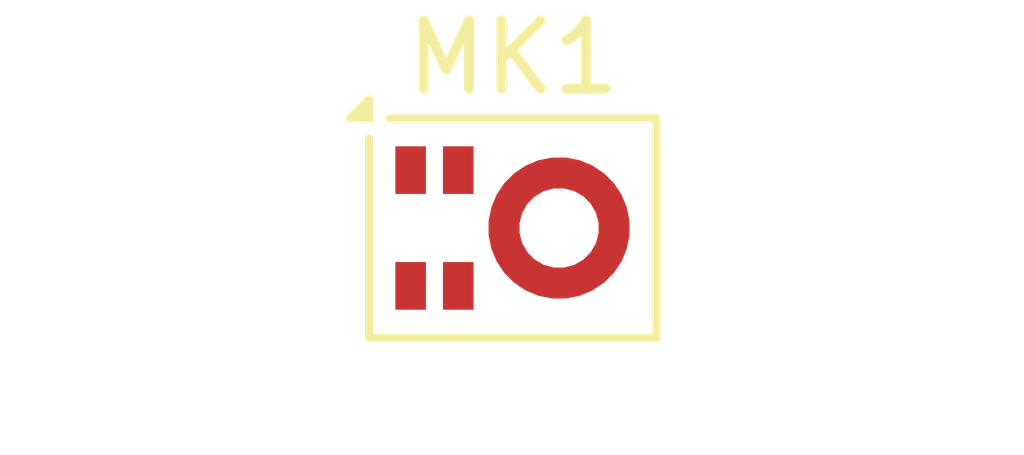
<source format=kicad_pcb>
(kicad_pcb (version 20241229) (generator "pcbnew") (generator_version "9.0")
  (layers (0 "F.Cu" signal) (2 "B.Cu" signal) (13 "F.Paste" user) (15 "B.Paste" user) (5 "F.SilkS" user "F.Silkscreen") (7 "B.SilkS" user "B.Silkscreen") (1 "F.Mask" user) (3 "B.Mask" user) (25 "Edge.Cuts" user))
  (net 0 "")
  (net 1 "DATA")
  (net 2 "CLK")
  (net 3 "3P3")
  (net 4 "SEL")
  (net 5 "GND")
  (footprint "Sensor_Audio:Infineon_PG-LLGA-5-1" (layer "F.Cu") (at 164.32 69)
    (property "Reference" "MK1" (at 0 -2.5 0) (layer "F.SilkS"))
    (property "Value" "IM73D122V01XTMA1")
    (fp_line (start -2.11 1.61) (end -2.11 -1.31) (stroke (width 0.12)) (layer "F.SilkS"))
    (fp_line (start -1.81 -1.61) (end 2.11 -1.61) (stroke (width 0.12)) (layer "F.SilkS"))
    (fp_line (start 2.11 -1.61) (end 2.11 1.61) (stroke (width 0.12)) (layer "F.SilkS"))
    (fp_line (start 2.11 1.61) (end -2.11 1.61) (stroke (width 0.12)) (layer "F.SilkS"))
    (fp_poly (pts (xy -2.11 -1.61) (xy -2.39 -1.61) (xy -2.11 -1.89) (xy -2.11 -1.61)) (stroke (width 0.12)) (fill yes) (layer "F.SilkS"))
    (pad "" np_thru_hole circle (at 0.68 0) (size 0.8 0.8) (drill 0.8) (layers "*.Cu" "*.Mask"))
    (pad "1" smd rect (at -1.5 -0.85) (size 0.45 0.7) (layers "F.Cu" "F.Mask") (net 1 "DATA"))
    (pad "2" smd rect (at -0.8 -0.85) (size 0.45 0.7) (layers "F.Cu" "F.Mask") (net 3 "3P3"))
    (pad "3" smd rect (at -1.5 0.85) (size 0.45 0.7) (layers "F.Cu" "F.Mask") (net 2 "CLK"))
    (pad "4" smd rect (at -0.8 0.85) (size 0.45 0.7) (layers "F.Cu" "F.Mask") (net 4 "SEL"))
    (pad "5" smd custom (at 0.68 -0.81) (size 0.4 0.4) (layers "F.Cu" "F.Mask") (net 5 "GND") (options (clearance outline) (anchor circle)) (primitives (gr_circle (center 0 0.81) (end 0.81 0.81) (width 0.46) (fill no))))
  )
)
</source>
